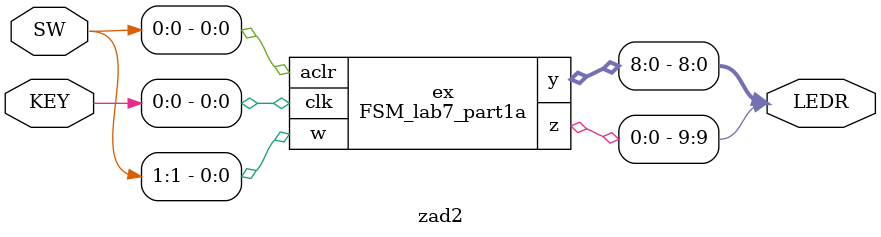
<source format=v>
module FSM_lab7_part1a(
	input w,clk,aclr,
	output reg z,
	output reg [8:0] y);
	reg [8:0] d;
	always @(*) begin
	d[0] = ~aclr;
	d[1] = y[0] & ~w | y[5] & ~w | y[6] & ~w | y[7] & ~w | y[8] & ~w;
	d[2] = y[1] & ~w;
	d[3] = y[2] & ~w;
	d[4] = y[3] & ~w | y[4] & ~w;
	d[5] = y[0] & w | y[2] & w | y[3] & w | y[4] & w | y[5] & w;
	d[6] = y[5] & w;
	d[7] = y[6] & w;
	d[8] = y[7] & w | y[8] & w;
	end
	always @(*)
	z = y[4] | y[8];
	always @(posedge clk, negedge aclr)
	if (~aclr)
		begin y <= 0; y[0] <= 1'b1; end
	else y <= d;
endmodule 
module zad2(
	input [1:0] SW,
	input [1:0] KEY,
	output [9:0] LEDR);
	FSM_lab7_part1a ex(SW[1],KEY[0],SW[0],LEDR[9],LEDR[8:0]);
endmodule
</source>
